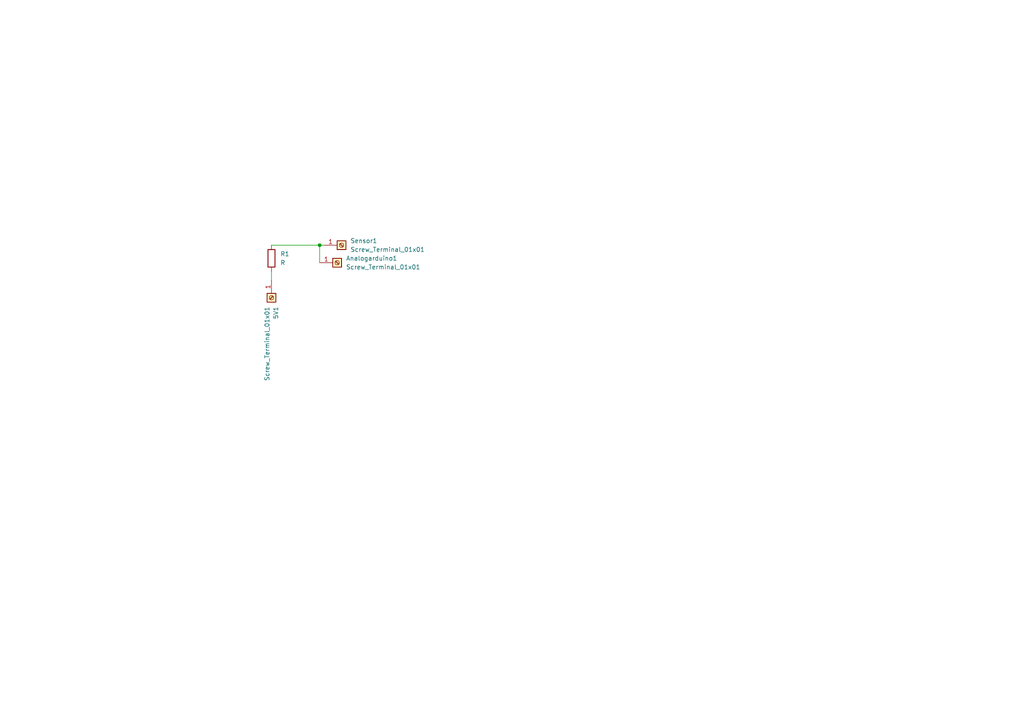
<source format=kicad_sch>
(kicad_sch (version 20211123) (generator eeschema)
  (paper "A4")
  (lib_symbols
    (symbol "Connector:Screw_Terminal_01x01" (pin_names (offset 1.016) hide)
      (property "Reference" "J" (at 0 2.54 0))
      (property "Value" "Screw_Terminal_01x01" (at 0 -2.54 0))
      (symbol "Screw_Terminal_01x01_1_1"
        (rectangle (start -1.27 1.27) (end 1.27 -1.27) (stroke (width 0.254)) (fill (type background)))
        (polyline (pts (xy -0.5334 0.3302) (xy 0.3302 -0.508)) (stroke (width 0.1524)))
        (polyline (pts (xy -0.3556 0.508) (xy 0.508 -0.3302)) (stroke (width 0.1524)))
        (circle (center 0 0) (radius 0.635) (stroke (width 0.1524)))
        (pin passive line (at -5.08 0 0) (length 3.81) (name "Pin_1") (number "1"))
      )
    )
    (symbol "Device:R" (pin_numbers hide) (pin_names (offset 0))
      (property "Reference" "R" (at 2.032 0 90))
      (property "Value" "R" (at 0 0 90))
      (symbol "R_0_1"
        (rectangle (start -1.016 -2.54) (end 1.016 2.54) (stroke (width 0.254)))
      )
      (symbol "R_1_1"
        (pin passive line (at 0 3.81 270) (length 1.27) (name "~") (number "1"))
        (pin passive line (at 0 -3.81 90) (length 1.27) (name "~") (number "2"))
      )
    )
  )
  (junction (at 92.71 71.12))
  (wire (pts (xy 92.71 71.12) (xy 92.71 76.2)))
  (wire (pts (xy 78.74 78.74) (xy 78.74 81.28)))
  (wire (pts (xy 78.74 71.12) (xy 92.71 71.12)))
  (wire (pts (xy 92.71 71.12) (xy 93.98 71.12)))
  (symbol (lib_id "Connector:Screw_Terminal_01x01") (at 78.74 86.36 270) (unit 1)
    (property "Reference" "5V1" (at 80.0101 88.9 0) (effects (justify left)))
    (property "Value" "Screw_Terminal_01x01" (at 77.4701 88.9 0) (effects (justify left)))
    (property "Footprint" "TerminalBlock_MetzConnect:TerminalBlock_MetzConnect_360271_1x01_Horizontal_ScrewM3.0_Boxed" (effects hide))
  )
  (symbol (lib_id "Device:R") (at 78.74 74.93 0) (unit 1)
    (property "Reference" "R1" (at 81.28 73.6599 0) (effects (justify left)))
    (property "Value" "R" (at 81.28 76.1999 0) (effects (justify left)))
    (property "Footprint" "Resistor_THT:R_Axial_DIN0411_L9.9mm_D3.6mm_P12.70mm_Horizontal" (effects hide))
  )
  (symbol (lib_id "Connector:Screw_Terminal_01x01") (at 97.79 76.2 0) (unit 1)
    (property "Reference" "Analogarduino1" (at 100.33 74.9299 0) (effects (justify left)))
    (property "Value" "Screw_Terminal_01x01" (at 100.33 77.4699 0) (effects (justify left)))
    (property "Footprint" "TerminalBlock_MetzConnect:TerminalBlock_MetzConnect_360271_1x01_Horizontal_ScrewM3.0_Boxed" (effects hide))
  )
  (symbol (lib_id "Connector:Screw_Terminal_01x01") (at 99.06 71.12 0) (unit 1)
    (property "Reference" "Sensor1" (at 101.6 69.8499 0) (effects (justify left)))
    (property "Value" "Screw_Terminal_01x01" (at 101.6 72.3899 0) (effects (justify left)))
    (property "Footprint" "TerminalBlock_MetzConnect:TerminalBlock_MetzConnect_360271_1x01_Horizontal_ScrewM3.0_Boxed" (effects hide))
  )
)
</source>
